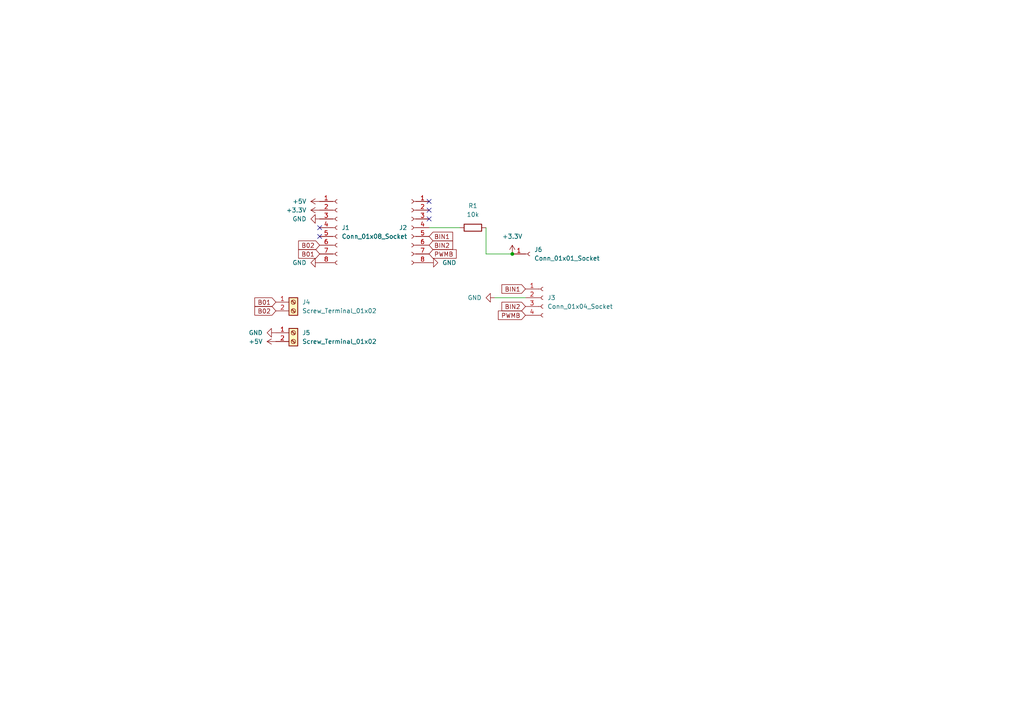
<source format=kicad_sch>
(kicad_sch (version 20230121) (generator eeschema)

  (uuid b77dec98-d492-435a-9a1d-d66886a7c47a)

  (paper "A4")

  (lib_symbols
    (symbol "Connector:Conn_01x01_Socket" (pin_names (offset 1.016) hide) (in_bom yes) (on_board yes)
      (property "Reference" "J" (at 0 2.54 0)
        (effects (font (size 1.27 1.27)))
      )
      (property "Value" "Conn_01x01_Socket" (at 0 -2.54 0)
        (effects (font (size 1.27 1.27)))
      )
      (property "Footprint" "" (at 0 0 0)
        (effects (font (size 1.27 1.27)) hide)
      )
      (property "Datasheet" "~" (at 0 0 0)
        (effects (font (size 1.27 1.27)) hide)
      )
      (property "ki_locked" "" (at 0 0 0)
        (effects (font (size 1.27 1.27)))
      )
      (property "ki_keywords" "connector" (at 0 0 0)
        (effects (font (size 1.27 1.27)) hide)
      )
      (property "ki_description" "Generic connector, single row, 01x01, script generated" (at 0 0 0)
        (effects (font (size 1.27 1.27)) hide)
      )
      (property "ki_fp_filters" "Connector*:*_1x??_*" (at 0 0 0)
        (effects (font (size 1.27 1.27)) hide)
      )
      (symbol "Conn_01x01_Socket_1_1"
        (polyline
          (pts
            (xy -1.27 0)
            (xy -0.508 0)
          )
          (stroke (width 0.1524) (type default))
          (fill (type none))
        )
        (arc (start 0 0.508) (mid -0.5058 0) (end 0 -0.508)
          (stroke (width 0.1524) (type default))
          (fill (type none))
        )
        (pin passive line (at -5.08 0 0) (length 3.81)
          (name "Pin_1" (effects (font (size 1.27 1.27))))
          (number "1" (effects (font (size 1.27 1.27))))
        )
      )
    )
    (symbol "Connector:Conn_01x04_Socket" (pin_names (offset 1.016) hide) (in_bom yes) (on_board yes)
      (property "Reference" "J" (at 0 5.08 0)
        (effects (font (size 1.27 1.27)))
      )
      (property "Value" "Conn_01x04_Socket" (at 0 -7.62 0)
        (effects (font (size 1.27 1.27)))
      )
      (property "Footprint" "" (at 0 0 0)
        (effects (font (size 1.27 1.27)) hide)
      )
      (property "Datasheet" "~" (at 0 0 0)
        (effects (font (size 1.27 1.27)) hide)
      )
      (property "ki_locked" "" (at 0 0 0)
        (effects (font (size 1.27 1.27)))
      )
      (property "ki_keywords" "connector" (at 0 0 0)
        (effects (font (size 1.27 1.27)) hide)
      )
      (property "ki_description" "Generic connector, single row, 01x04, script generated" (at 0 0 0)
        (effects (font (size 1.27 1.27)) hide)
      )
      (property "ki_fp_filters" "Connector*:*_1x??_*" (at 0 0 0)
        (effects (font (size 1.27 1.27)) hide)
      )
      (symbol "Conn_01x04_Socket_1_1"
        (arc (start 0 -4.572) (mid -0.5058 -5.08) (end 0 -5.588)
          (stroke (width 0.1524) (type default))
          (fill (type none))
        )
        (arc (start 0 -2.032) (mid -0.5058 -2.54) (end 0 -3.048)
          (stroke (width 0.1524) (type default))
          (fill (type none))
        )
        (polyline
          (pts
            (xy -1.27 -5.08)
            (xy -0.508 -5.08)
          )
          (stroke (width 0.1524) (type default))
          (fill (type none))
        )
        (polyline
          (pts
            (xy -1.27 -2.54)
            (xy -0.508 -2.54)
          )
          (stroke (width 0.1524) (type default))
          (fill (type none))
        )
        (polyline
          (pts
            (xy -1.27 0)
            (xy -0.508 0)
          )
          (stroke (width 0.1524) (type default))
          (fill (type none))
        )
        (polyline
          (pts
            (xy -1.27 2.54)
            (xy -0.508 2.54)
          )
          (stroke (width 0.1524) (type default))
          (fill (type none))
        )
        (arc (start 0 0.508) (mid -0.5058 0) (end 0 -0.508)
          (stroke (width 0.1524) (type default))
          (fill (type none))
        )
        (arc (start 0 3.048) (mid -0.5058 2.54) (end 0 2.032)
          (stroke (width 0.1524) (type default))
          (fill (type none))
        )
        (pin passive line (at -5.08 2.54 0) (length 3.81)
          (name "Pin_1" (effects (font (size 1.27 1.27))))
          (number "1" (effects (font (size 1.27 1.27))))
        )
        (pin passive line (at -5.08 0 0) (length 3.81)
          (name "Pin_2" (effects (font (size 1.27 1.27))))
          (number "2" (effects (font (size 1.27 1.27))))
        )
        (pin passive line (at -5.08 -2.54 0) (length 3.81)
          (name "Pin_3" (effects (font (size 1.27 1.27))))
          (number "3" (effects (font (size 1.27 1.27))))
        )
        (pin passive line (at -5.08 -5.08 0) (length 3.81)
          (name "Pin_4" (effects (font (size 1.27 1.27))))
          (number "4" (effects (font (size 1.27 1.27))))
        )
      )
    )
    (symbol "Connector:Conn_01x08_Socket" (pin_names (offset 1.016) hide) (in_bom yes) (on_board yes)
      (property "Reference" "J" (at 0 10.16 0)
        (effects (font (size 1.27 1.27)))
      )
      (property "Value" "Conn_01x08_Socket" (at 0 -12.7 0)
        (effects (font (size 1.27 1.27)))
      )
      (property "Footprint" "" (at 0 0 0)
        (effects (font (size 1.27 1.27)) hide)
      )
      (property "Datasheet" "~" (at 0 0 0)
        (effects (font (size 1.27 1.27)) hide)
      )
      (property "ki_locked" "" (at 0 0 0)
        (effects (font (size 1.27 1.27)))
      )
      (property "ki_keywords" "connector" (at 0 0 0)
        (effects (font (size 1.27 1.27)) hide)
      )
      (property "ki_description" "Generic connector, single row, 01x08, script generated" (at 0 0 0)
        (effects (font (size 1.27 1.27)) hide)
      )
      (property "ki_fp_filters" "Connector*:*_1x??_*" (at 0 0 0)
        (effects (font (size 1.27 1.27)) hide)
      )
      (symbol "Conn_01x08_Socket_1_1"
        (arc (start 0 -9.652) (mid -0.5058 -10.16) (end 0 -10.668)
          (stroke (width 0.1524) (type default))
          (fill (type none))
        )
        (arc (start 0 -7.112) (mid -0.5058 -7.62) (end 0 -8.128)
          (stroke (width 0.1524) (type default))
          (fill (type none))
        )
        (arc (start 0 -4.572) (mid -0.5058 -5.08) (end 0 -5.588)
          (stroke (width 0.1524) (type default))
          (fill (type none))
        )
        (arc (start 0 -2.032) (mid -0.5058 -2.54) (end 0 -3.048)
          (stroke (width 0.1524) (type default))
          (fill (type none))
        )
        (polyline
          (pts
            (xy -1.27 -10.16)
            (xy -0.508 -10.16)
          )
          (stroke (width 0.1524) (type default))
          (fill (type none))
        )
        (polyline
          (pts
            (xy -1.27 -7.62)
            (xy -0.508 -7.62)
          )
          (stroke (width 0.1524) (type default))
          (fill (type none))
        )
        (polyline
          (pts
            (xy -1.27 -5.08)
            (xy -0.508 -5.08)
          )
          (stroke (width 0.1524) (type default))
          (fill (type none))
        )
        (polyline
          (pts
            (xy -1.27 -2.54)
            (xy -0.508 -2.54)
          )
          (stroke (width 0.1524) (type default))
          (fill (type none))
        )
        (polyline
          (pts
            (xy -1.27 0)
            (xy -0.508 0)
          )
          (stroke (width 0.1524) (type default))
          (fill (type none))
        )
        (polyline
          (pts
            (xy -1.27 2.54)
            (xy -0.508 2.54)
          )
          (stroke (width 0.1524) (type default))
          (fill (type none))
        )
        (polyline
          (pts
            (xy -1.27 5.08)
            (xy -0.508 5.08)
          )
          (stroke (width 0.1524) (type default))
          (fill (type none))
        )
        (polyline
          (pts
            (xy -1.27 7.62)
            (xy -0.508 7.62)
          )
          (stroke (width 0.1524) (type default))
          (fill (type none))
        )
        (arc (start 0 0.508) (mid -0.5058 0) (end 0 -0.508)
          (stroke (width 0.1524) (type default))
          (fill (type none))
        )
        (arc (start 0 3.048) (mid -0.5058 2.54) (end 0 2.032)
          (stroke (width 0.1524) (type default))
          (fill (type none))
        )
        (arc (start 0 5.588) (mid -0.5058 5.08) (end 0 4.572)
          (stroke (width 0.1524) (type default))
          (fill (type none))
        )
        (arc (start 0 8.128) (mid -0.5058 7.62) (end 0 7.112)
          (stroke (width 0.1524) (type default))
          (fill (type none))
        )
        (pin passive line (at -5.08 7.62 0) (length 3.81)
          (name "Pin_1" (effects (font (size 1.27 1.27))))
          (number "1" (effects (font (size 1.27 1.27))))
        )
        (pin passive line (at -5.08 5.08 0) (length 3.81)
          (name "Pin_2" (effects (font (size 1.27 1.27))))
          (number "2" (effects (font (size 1.27 1.27))))
        )
        (pin passive line (at -5.08 2.54 0) (length 3.81)
          (name "Pin_3" (effects (font (size 1.27 1.27))))
          (number "3" (effects (font (size 1.27 1.27))))
        )
        (pin passive line (at -5.08 0 0) (length 3.81)
          (name "Pin_4" (effects (font (size 1.27 1.27))))
          (number "4" (effects (font (size 1.27 1.27))))
        )
        (pin passive line (at -5.08 -2.54 0) (length 3.81)
          (name "Pin_5" (effects (font (size 1.27 1.27))))
          (number "5" (effects (font (size 1.27 1.27))))
        )
        (pin passive line (at -5.08 -5.08 0) (length 3.81)
          (name "Pin_6" (effects (font (size 1.27 1.27))))
          (number "6" (effects (font (size 1.27 1.27))))
        )
        (pin passive line (at -5.08 -7.62 0) (length 3.81)
          (name "Pin_7" (effects (font (size 1.27 1.27))))
          (number "7" (effects (font (size 1.27 1.27))))
        )
        (pin passive line (at -5.08 -10.16 0) (length 3.81)
          (name "Pin_8" (effects (font (size 1.27 1.27))))
          (number "8" (effects (font (size 1.27 1.27))))
        )
      )
    )
    (symbol "Connector:Screw_Terminal_01x02" (pin_names (offset 1.016) hide) (in_bom yes) (on_board yes)
      (property "Reference" "J" (at 0 2.54 0)
        (effects (font (size 1.27 1.27)))
      )
      (property "Value" "Screw_Terminal_01x02" (at 0 -5.08 0)
        (effects (font (size 1.27 1.27)))
      )
      (property "Footprint" "" (at 0 0 0)
        (effects (font (size 1.27 1.27)) hide)
      )
      (property "Datasheet" "~" (at 0 0 0)
        (effects (font (size 1.27 1.27)) hide)
      )
      (property "ki_keywords" "screw terminal" (at 0 0 0)
        (effects (font (size 1.27 1.27)) hide)
      )
      (property "ki_description" "Generic screw terminal, single row, 01x02, script generated (kicad-library-utils/schlib/autogen/connector/)" (at 0 0 0)
        (effects (font (size 1.27 1.27)) hide)
      )
      (property "ki_fp_filters" "TerminalBlock*:*" (at 0 0 0)
        (effects (font (size 1.27 1.27)) hide)
      )
      (symbol "Screw_Terminal_01x02_1_1"
        (rectangle (start -1.27 1.27) (end 1.27 -3.81)
          (stroke (width 0.254) (type default))
          (fill (type background))
        )
        (circle (center 0 -2.54) (radius 0.635)
          (stroke (width 0.1524) (type default))
          (fill (type none))
        )
        (polyline
          (pts
            (xy -0.5334 -2.2098)
            (xy 0.3302 -3.048)
          )
          (stroke (width 0.1524) (type default))
          (fill (type none))
        )
        (polyline
          (pts
            (xy -0.5334 0.3302)
            (xy 0.3302 -0.508)
          )
          (stroke (width 0.1524) (type default))
          (fill (type none))
        )
        (polyline
          (pts
            (xy -0.3556 -2.032)
            (xy 0.508 -2.8702)
          )
          (stroke (width 0.1524) (type default))
          (fill (type none))
        )
        (polyline
          (pts
            (xy -0.3556 0.508)
            (xy 0.508 -0.3302)
          )
          (stroke (width 0.1524) (type default))
          (fill (type none))
        )
        (circle (center 0 0) (radius 0.635)
          (stroke (width 0.1524) (type default))
          (fill (type none))
        )
        (pin passive line (at -5.08 0 0) (length 3.81)
          (name "Pin_1" (effects (font (size 1.27 1.27))))
          (number "1" (effects (font (size 1.27 1.27))))
        )
        (pin passive line (at -5.08 -2.54 0) (length 3.81)
          (name "Pin_2" (effects (font (size 1.27 1.27))))
          (number "2" (effects (font (size 1.27 1.27))))
        )
      )
    )
    (symbol "Device:R" (pin_numbers hide) (pin_names (offset 0)) (in_bom yes) (on_board yes)
      (property "Reference" "R" (at 2.032 0 90)
        (effects (font (size 1.27 1.27)))
      )
      (property "Value" "R" (at 0 0 90)
        (effects (font (size 1.27 1.27)))
      )
      (property "Footprint" "" (at -1.778 0 90)
        (effects (font (size 1.27 1.27)) hide)
      )
      (property "Datasheet" "~" (at 0 0 0)
        (effects (font (size 1.27 1.27)) hide)
      )
      (property "ki_keywords" "R res resistor" (at 0 0 0)
        (effects (font (size 1.27 1.27)) hide)
      )
      (property "ki_description" "Resistor" (at 0 0 0)
        (effects (font (size 1.27 1.27)) hide)
      )
      (property "ki_fp_filters" "R_*" (at 0 0 0)
        (effects (font (size 1.27 1.27)) hide)
      )
      (symbol "R_0_1"
        (rectangle (start -1.016 -2.54) (end 1.016 2.54)
          (stroke (width 0.254) (type default))
          (fill (type none))
        )
      )
      (symbol "R_1_1"
        (pin passive line (at 0 3.81 270) (length 1.27)
          (name "~" (effects (font (size 1.27 1.27))))
          (number "1" (effects (font (size 1.27 1.27))))
        )
        (pin passive line (at 0 -3.81 90) (length 1.27)
          (name "~" (effects (font (size 1.27 1.27))))
          (number "2" (effects (font (size 1.27 1.27))))
        )
      )
    )
    (symbol "power:+3.3V" (power) (pin_names (offset 0)) (in_bom yes) (on_board yes)
      (property "Reference" "#PWR" (at 0 -3.81 0)
        (effects (font (size 1.27 1.27)) hide)
      )
      (property "Value" "+3.3V" (at 0 3.556 0)
        (effects (font (size 1.27 1.27)))
      )
      (property "Footprint" "" (at 0 0 0)
        (effects (font (size 1.27 1.27)) hide)
      )
      (property "Datasheet" "" (at 0 0 0)
        (effects (font (size 1.27 1.27)) hide)
      )
      (property "ki_keywords" "global power" (at 0 0 0)
        (effects (font (size 1.27 1.27)) hide)
      )
      (property "ki_description" "Power symbol creates a global label with name \"+3.3V\"" (at 0 0 0)
        (effects (font (size 1.27 1.27)) hide)
      )
      (symbol "+3.3V_0_1"
        (polyline
          (pts
            (xy -0.762 1.27)
            (xy 0 2.54)
          )
          (stroke (width 0) (type default))
          (fill (type none))
        )
        (polyline
          (pts
            (xy 0 0)
            (xy 0 2.54)
          )
          (stroke (width 0) (type default))
          (fill (type none))
        )
        (polyline
          (pts
            (xy 0 2.54)
            (xy 0.762 1.27)
          )
          (stroke (width 0) (type default))
          (fill (type none))
        )
      )
      (symbol "+3.3V_1_1"
        (pin power_in line (at 0 0 90) (length 0) hide
          (name "+3.3V" (effects (font (size 1.27 1.27))))
          (number "1" (effects (font (size 1.27 1.27))))
        )
      )
    )
    (symbol "power:+5V" (power) (pin_names (offset 0)) (in_bom yes) (on_board yes)
      (property "Reference" "#PWR" (at 0 -3.81 0)
        (effects (font (size 1.27 1.27)) hide)
      )
      (property "Value" "+5V" (at 0 3.556 0)
        (effects (font (size 1.27 1.27)))
      )
      (property "Footprint" "" (at 0 0 0)
        (effects (font (size 1.27 1.27)) hide)
      )
      (property "Datasheet" "" (at 0 0 0)
        (effects (font (size 1.27 1.27)) hide)
      )
      (property "ki_keywords" "global power" (at 0 0 0)
        (effects (font (size 1.27 1.27)) hide)
      )
      (property "ki_description" "Power symbol creates a global label with name \"+5V\"" (at 0 0 0)
        (effects (font (size 1.27 1.27)) hide)
      )
      (symbol "+5V_0_1"
        (polyline
          (pts
            (xy -0.762 1.27)
            (xy 0 2.54)
          )
          (stroke (width 0) (type default))
          (fill (type none))
        )
        (polyline
          (pts
            (xy 0 0)
            (xy 0 2.54)
          )
          (stroke (width 0) (type default))
          (fill (type none))
        )
        (polyline
          (pts
            (xy 0 2.54)
            (xy 0.762 1.27)
          )
          (stroke (width 0) (type default))
          (fill (type none))
        )
      )
      (symbol "+5V_1_1"
        (pin power_in line (at 0 0 90) (length 0) hide
          (name "+5V" (effects (font (size 1.27 1.27))))
          (number "1" (effects (font (size 1.27 1.27))))
        )
      )
    )
    (symbol "power:GND" (power) (pin_names (offset 0)) (in_bom yes) (on_board yes)
      (property "Reference" "#PWR" (at 0 -6.35 0)
        (effects (font (size 1.27 1.27)) hide)
      )
      (property "Value" "GND" (at 0 -3.81 0)
        (effects (font (size 1.27 1.27)))
      )
      (property "Footprint" "" (at 0 0 0)
        (effects (font (size 1.27 1.27)) hide)
      )
      (property "Datasheet" "" (at 0 0 0)
        (effects (font (size 1.27 1.27)) hide)
      )
      (property "ki_keywords" "global power" (at 0 0 0)
        (effects (font (size 1.27 1.27)) hide)
      )
      (property "ki_description" "Power symbol creates a global label with name \"GND\" , ground" (at 0 0 0)
        (effects (font (size 1.27 1.27)) hide)
      )
      (symbol "GND_0_1"
        (polyline
          (pts
            (xy 0 0)
            (xy 0 -1.27)
            (xy 1.27 -1.27)
            (xy 0 -2.54)
            (xy -1.27 -1.27)
            (xy 0 -1.27)
          )
          (stroke (width 0) (type default))
          (fill (type none))
        )
      )
      (symbol "GND_1_1"
        (pin power_in line (at 0 0 270) (length 0) hide
          (name "GND" (effects (font (size 1.27 1.27))))
          (number "1" (effects (font (size 1.27 1.27))))
        )
      )
    )
  )

  (junction (at 148.59 73.66) (diameter 0) (color 0 0 0 0)
    (uuid 8757bb68-fd18-458e-93e7-2c2f3498cceb)
  )

  (no_connect (at 92.71 66.04) (uuid 16dba153-196a-498e-8132-b5110ea14940))
  (no_connect (at 124.46 63.5) (uuid 1d4753f8-4319-47d3-a17f-58ae3dca836d))
  (no_connect (at 92.71 68.58) (uuid 4ce8e06a-3ed2-454f-b0a1-beefb86e9b08))
  (no_connect (at 124.46 60.96) (uuid 7e04dbba-4754-4512-853a-81a9042c773e))
  (no_connect (at 124.46 58.42) (uuid a31ad05d-6349-41c3-95a6-f60ae48f6351))

  (wire (pts (xy 140.97 73.66) (xy 148.59 73.66))
    (stroke (width 0) (type default))
    (uuid 2cf02756-84c7-4e3f-8999-4f71da6a6105)
  )
  (wire (pts (xy 140.97 66.04) (xy 140.97 73.66))
    (stroke (width 0) (type default))
    (uuid 4d79abf1-3c41-4279-a81a-f41c3d96c2c1)
  )
  (wire (pts (xy 143.51 86.36) (xy 152.4 86.36))
    (stroke (width 0) (type default))
    (uuid 5bc22edb-c33b-41ce-8508-e01f76486a5e)
  )
  (wire (pts (xy 124.46 66.04) (xy 133.35 66.04))
    (stroke (width 0) (type default))
    (uuid b214a486-1425-4dfb-9360-154bb5287e42)
  )

  (global_label "PWMB" (shape input) (at 124.46 73.66 0) (fields_autoplaced)
    (effects (font (size 1.27 1.27)) (justify left))
    (uuid 1667576b-0761-4bf3-bbde-0d51621f9d1b)
    (property "Intersheetrefs" "${INTERSHEET_REFS}" (at 132.888 73.66 0)
      (effects (font (size 1.27 1.27)) (justify left) hide)
    )
  )
  (global_label "B01" (shape input) (at 92.71 73.66 180) (fields_autoplaced)
    (effects (font (size 1.27 1.27)) (justify right))
    (uuid 19ee7274-3f4d-4d07-98f8-79acde5f61e5)
    (property "Intersheetrefs" "${INTERSHEET_REFS}" (at 86.0358 73.66 0)
      (effects (font (size 1.27 1.27)) (justify right) hide)
    )
  )
  (global_label "BIN1" (shape input) (at 152.4 83.82 180) (fields_autoplaced)
    (effects (font (size 1.27 1.27)) (justify right))
    (uuid 305fbe00-1cf9-4e39-8451-2c1ef99a3a0a)
    (property "Intersheetrefs" "${INTERSHEET_REFS}" (at 145 83.82 0)
      (effects (font (size 1.27 1.27)) (justify right) hide)
    )
  )
  (global_label "B02" (shape input) (at 80.01 90.17 180) (fields_autoplaced)
    (effects (font (size 1.27 1.27)) (justify right))
    (uuid 5763d2fd-e519-4850-ba27-8a304158aeec)
    (property "Intersheetrefs" "${INTERSHEET_REFS}" (at 73.3358 90.17 0)
      (effects (font (size 1.27 1.27)) (justify right) hide)
    )
  )
  (global_label "BIN1" (shape input) (at 124.46 68.58 0) (fields_autoplaced)
    (effects (font (size 1.27 1.27)) (justify left))
    (uuid b274e809-b5e4-4570-ae7f-cc7837332fb9)
    (property "Intersheetrefs" "${INTERSHEET_REFS}" (at 131.86 68.58 0)
      (effects (font (size 1.27 1.27)) (justify left) hide)
    )
  )
  (global_label "BIN2" (shape input) (at 152.4 88.9 180) (fields_autoplaced)
    (effects (font (size 1.27 1.27)) (justify right))
    (uuid ced55890-da2c-41cc-a4ee-1ad78d41fb55)
    (property "Intersheetrefs" "${INTERSHEET_REFS}" (at 145 88.9 0)
      (effects (font (size 1.27 1.27)) (justify right) hide)
    )
  )
  (global_label "PWMB" (shape input) (at 152.4 91.44 180) (fields_autoplaced)
    (effects (font (size 1.27 1.27)) (justify right))
    (uuid d43904b4-e6f8-4ebc-a872-9d9fbb01fe72)
    (property "Intersheetrefs" "${INTERSHEET_REFS}" (at 143.972 91.44 0)
      (effects (font (size 1.27 1.27)) (justify right) hide)
    )
  )
  (global_label "B01" (shape input) (at 80.01 87.63 180) (fields_autoplaced)
    (effects (font (size 1.27 1.27)) (justify right))
    (uuid e04f454d-2435-473e-93cb-9b5d06ebd874)
    (property "Intersheetrefs" "${INTERSHEET_REFS}" (at 73.3358 87.63 0)
      (effects (font (size 1.27 1.27)) (justify right) hide)
    )
  )
  (global_label "BIN2" (shape input) (at 124.46 71.12 0) (fields_autoplaced)
    (effects (font (size 1.27 1.27)) (justify left))
    (uuid e32a34a1-5e87-4105-a1a9-4356ee4bc09e)
    (property "Intersheetrefs" "${INTERSHEET_REFS}" (at 131.86 71.12 0)
      (effects (font (size 1.27 1.27)) (justify left) hide)
    )
  )
  (global_label "B02" (shape input) (at 92.71 71.12 180) (fields_autoplaced)
    (effects (font (size 1.27 1.27)) (justify right))
    (uuid f54ba50c-1ea1-4bc6-8f5b-b044d4b90dcb)
    (property "Intersheetrefs" "${INTERSHEET_REFS}" (at 86.0358 71.12 0)
      (effects (font (size 1.27 1.27)) (justify right) hide)
    )
  )

  (symbol (lib_id "Device:R") (at 137.16 66.04 90) (unit 1)
    (in_bom yes) (on_board yes) (dnp no) (fields_autoplaced)
    (uuid 158f426d-fba4-4634-ad20-2741a04b1205)
    (property "Reference" "R1" (at 137.16 59.69 90)
      (effects (font (size 1.27 1.27)))
    )
    (property "Value" "10k" (at 137.16 62.23 90)
      (effects (font (size 1.27 1.27)))
    )
    (property "Footprint" "Resistor_THT:R_Axial_DIN0207_L6.3mm_D2.5mm_P7.62mm_Horizontal" (at 137.16 67.818 90)
      (effects (font (size 1.27 1.27)) hide)
    )
    (property "Datasheet" "~" (at 137.16 66.04 0)
      (effects (font (size 1.27 1.27)) hide)
    )
    (pin "1" (uuid e8fb0e1e-d30b-4c27-b03a-436e5cc9cd18))
    (pin "2" (uuid 5378bc0e-d39c-4c94-a515-12a330732a54))
    (instances
      (project "pump"
        (path "/b77dec98-d492-435a-9a1d-d66886a7c47a"
          (reference "R1") (unit 1)
        )
      )
    )
  )

  (symbol (lib_id "power:GND") (at 92.71 76.2 270) (unit 1)
    (in_bom yes) (on_board yes) (dnp no) (fields_autoplaced)
    (uuid 1605fe10-5db1-49be-8bac-85a82039f786)
    (property "Reference" "#PWR09" (at 86.36 76.2 0)
      (effects (font (size 1.27 1.27)) hide)
    )
    (property "Value" "GND" (at 88.9 76.2 90)
      (effects (font (size 1.27 1.27)) (justify right))
    )
    (property "Footprint" "" (at 92.71 76.2 0)
      (effects (font (size 1.27 1.27)) hide)
    )
    (property "Datasheet" "" (at 92.71 76.2 0)
      (effects (font (size 1.27 1.27)) hide)
    )
    (pin "1" (uuid 45f72043-3d87-4ac5-b0cf-66d267081a0b))
    (instances
      (project "pump"
        (path "/b77dec98-d492-435a-9a1d-d66886a7c47a"
          (reference "#PWR09") (unit 1)
        )
      )
    )
  )

  (symbol (lib_id "Connector:Conn_01x08_Socket") (at 119.38 66.04 0) (mirror y) (unit 1)
    (in_bom yes) (on_board yes) (dnp no)
    (uuid 1be842e5-097a-42ee-a481-51b1d842095e)
    (property "Reference" "J2" (at 118.11 66.04 0)
      (effects (font (size 1.27 1.27)) (justify left))
    )
    (property "Value" "Conn_01x08_Socket" (at 118.11 68.58 0)
      (effects (font (size 1.27 1.27)) (justify left))
    )
    (property "Footprint" "Connector_PinSocket_2.54mm:PinSocket_1x08_P2.54mm_Vertical" (at 119.38 66.04 0)
      (effects (font (size 1.27 1.27)) hide)
    )
    (property "Datasheet" "~" (at 119.38 66.04 0)
      (effects (font (size 1.27 1.27)) hide)
    )
    (pin "1" (uuid 87a3f0a1-df95-4d38-bdcc-d6c93bc6976d))
    (pin "2" (uuid 6d729c90-8a5b-4c9c-a299-8055bc957985))
    (pin "3" (uuid 6a6a7a7e-0b53-4875-88ca-ec68ec34aeac))
    (pin "4" (uuid 45e92bee-adfb-4b06-a76a-41dba616fd6d))
    (pin "5" (uuid a754d8c2-8cac-4346-8e47-29ab40a4f49f))
    (pin "6" (uuid 347b2d0f-7516-48e4-97c5-ded2ee255b4b))
    (pin "7" (uuid 5dea48da-8092-4abe-b489-c9aae24e882a))
    (pin "8" (uuid 55f93482-15f2-4fbd-9906-72e9d6f28292))
    (instances
      (project "pump"
        (path "/b77dec98-d492-435a-9a1d-d66886a7c47a"
          (reference "J2") (unit 1)
        )
      )
    )
  )

  (symbol (lib_id "power:GND") (at 92.71 63.5 270) (unit 1)
    (in_bom yes) (on_board yes) (dnp no) (fields_autoplaced)
    (uuid 1ee2ed83-6926-404a-b67e-6b2cb99b44d9)
    (property "Reference" "#PWR08" (at 86.36 63.5 0)
      (effects (font (size 1.27 1.27)) hide)
    )
    (property "Value" "GND" (at 88.9 63.5 90)
      (effects (font (size 1.27 1.27)) (justify right))
    )
    (property "Footprint" "" (at 92.71 63.5 0)
      (effects (font (size 1.27 1.27)) hide)
    )
    (property "Datasheet" "" (at 92.71 63.5 0)
      (effects (font (size 1.27 1.27)) hide)
    )
    (pin "1" (uuid 7f96bbf6-a55e-4a8a-a503-20981034f00b))
    (instances
      (project "pump"
        (path "/b77dec98-d492-435a-9a1d-d66886a7c47a"
          (reference "#PWR08") (unit 1)
        )
      )
    )
  )

  (symbol (lib_id "power:+5V") (at 92.71 58.42 90) (unit 1)
    (in_bom yes) (on_board yes) (dnp no) (fields_autoplaced)
    (uuid 24395d6e-8a4d-40d8-8aa7-cff10f7bc7d7)
    (property "Reference" "#PWR06" (at 96.52 58.42 0)
      (effects (font (size 1.27 1.27)) hide)
    )
    (property "Value" "+5V" (at 88.9 58.42 90)
      (effects (font (size 1.27 1.27)) (justify left))
    )
    (property "Footprint" "" (at 92.71 58.42 0)
      (effects (font (size 1.27 1.27)) hide)
    )
    (property "Datasheet" "" (at 92.71 58.42 0)
      (effects (font (size 1.27 1.27)) hide)
    )
    (pin "1" (uuid ebe04762-d05f-424c-8d91-45fc08d4d7de))
    (instances
      (project "pump"
        (path "/b77dec98-d492-435a-9a1d-d66886a7c47a"
          (reference "#PWR06") (unit 1)
        )
      )
    )
  )

  (symbol (lib_id "power:+3.3V") (at 92.71 60.96 90) (unit 1)
    (in_bom yes) (on_board yes) (dnp no) (fields_autoplaced)
    (uuid 2c3fe95b-f1e6-4094-9bb9-87792ddf25f5)
    (property "Reference" "#PWR07" (at 96.52 60.96 0)
      (effects (font (size 1.27 1.27)) hide)
    )
    (property "Value" "+3.3V" (at 88.9 60.96 90)
      (effects (font (size 1.27 1.27)) (justify left))
    )
    (property "Footprint" "" (at 92.71 60.96 0)
      (effects (font (size 1.27 1.27)) hide)
    )
    (property "Datasheet" "" (at 92.71 60.96 0)
      (effects (font (size 1.27 1.27)) hide)
    )
    (pin "1" (uuid 4a1d33be-8f63-41f5-a3f3-d26d7fa62562))
    (instances
      (project "pump"
        (path "/b77dec98-d492-435a-9a1d-d66886a7c47a"
          (reference "#PWR07") (unit 1)
        )
      )
    )
  )

  (symbol (lib_id "power:GND") (at 80.01 96.52 270) (unit 1)
    (in_bom yes) (on_board yes) (dnp no) (fields_autoplaced)
    (uuid 3946a9f5-4a90-4ea9-9b9b-40cb8d7d334e)
    (property "Reference" "#PWR03" (at 73.66 96.52 0)
      (effects (font (size 1.27 1.27)) hide)
    )
    (property "Value" "GND" (at 76.2 96.52 90)
      (effects (font (size 1.27 1.27)) (justify right))
    )
    (property "Footprint" "" (at 80.01 96.52 0)
      (effects (font (size 1.27 1.27)) hide)
    )
    (property "Datasheet" "" (at 80.01 96.52 0)
      (effects (font (size 1.27 1.27)) hide)
    )
    (pin "1" (uuid d57029c9-dc1d-46eb-8693-914cd37228e7))
    (instances
      (project "pump"
        (path "/b77dec98-d492-435a-9a1d-d66886a7c47a"
          (reference "#PWR03") (unit 1)
        )
      )
    )
  )

  (symbol (lib_id "power:GND") (at 124.46 76.2 90) (unit 1)
    (in_bom yes) (on_board yes) (dnp no) (fields_autoplaced)
    (uuid 3b01b267-9cdb-485f-864d-6d5fb578fb24)
    (property "Reference" "#PWR05" (at 130.81 76.2 0)
      (effects (font (size 1.27 1.27)) hide)
    )
    (property "Value" "GND" (at 128.27 76.2 90)
      (effects (font (size 1.27 1.27)) (justify right))
    )
    (property "Footprint" "" (at 124.46 76.2 0)
      (effects (font (size 1.27 1.27)) hide)
    )
    (property "Datasheet" "" (at 124.46 76.2 0)
      (effects (font (size 1.27 1.27)) hide)
    )
    (pin "1" (uuid ed383eb8-bcdb-4eeb-adea-f9286866b70a))
    (instances
      (project "pump"
        (path "/b77dec98-d492-435a-9a1d-d66886a7c47a"
          (reference "#PWR05") (unit 1)
        )
      )
    )
  )

  (symbol (lib_id "Connector:Conn_01x01_Socket") (at 153.67 73.66 0) (unit 1)
    (in_bom yes) (on_board yes) (dnp no) (fields_autoplaced)
    (uuid 47841629-16b5-442e-8dfc-aaad9bd5fc04)
    (property "Reference" "J6" (at 154.94 72.39 0)
      (effects (font (size 1.27 1.27)) (justify left))
    )
    (property "Value" "Conn_01x01_Socket" (at 154.94 74.93 0)
      (effects (font (size 1.27 1.27)) (justify left))
    )
    (property "Footprint" "Connector_PinSocket_2.54mm:PinSocket_1x01_P2.54mm_Vertical" (at 153.67 73.66 0)
      (effects (font (size 1.27 1.27)) hide)
    )
    (property "Datasheet" "~" (at 153.67 73.66 0)
      (effects (font (size 1.27 1.27)) hide)
    )
    (pin "1" (uuid 5990b01d-e4a3-4640-a125-0dbbdef042ba))
    (instances
      (project "pump"
        (path "/b77dec98-d492-435a-9a1d-d66886a7c47a"
          (reference "J6") (unit 1)
        )
      )
    )
  )

  (symbol (lib_id "Connector:Conn_01x08_Socket") (at 97.79 66.04 0) (unit 1)
    (in_bom yes) (on_board yes) (dnp no) (fields_autoplaced)
    (uuid 58c4ee98-9b90-4e12-8d44-035e40f258be)
    (property "Reference" "J1" (at 99.06 66.04 0)
      (effects (font (size 1.27 1.27)) (justify left))
    )
    (property "Value" "Conn_01x08_Socket" (at 99.06 68.58 0)
      (effects (font (size 1.27 1.27)) (justify left))
    )
    (property "Footprint" "Connector_PinSocket_2.54mm:PinSocket_1x08_P2.54mm_Vertical" (at 97.79 66.04 0)
      (effects (font (size 1.27 1.27)) hide)
    )
    (property "Datasheet" "~" (at 97.79 66.04 0)
      (effects (font (size 1.27 1.27)) hide)
    )
    (pin "1" (uuid 7953fa8c-100a-4d26-8ce9-61a073169479))
    (pin "2" (uuid e7e8be7d-e221-41e7-b29f-94b19db943af))
    (pin "3" (uuid 7b2e468c-5fdf-4845-ab99-ad8941c44769))
    (pin "4" (uuid 28d7ce56-9975-48c6-81b2-70ae519cbc8d))
    (pin "5" (uuid 61028d8f-89a1-42ac-9772-1813816bbc49))
    (pin "6" (uuid 438d0e50-9630-4e69-9ac7-5c3b292f064f))
    (pin "7" (uuid 40d27f91-df32-4c8c-bc36-7c98f24152a9))
    (pin "8" (uuid e78d7eb1-ce92-4698-8f4a-84a048d82ce8))
    (instances
      (project "pump"
        (path "/b77dec98-d492-435a-9a1d-d66886a7c47a"
          (reference "J1") (unit 1)
        )
      )
    )
  )

  (symbol (lib_id "Connector:Screw_Terminal_01x02") (at 85.09 87.63 0) (unit 1)
    (in_bom yes) (on_board yes) (dnp no) (fields_autoplaced)
    (uuid 67ce8cb2-f7ae-4048-aeef-b050d055ba5a)
    (property "Reference" "J4" (at 87.63 87.63 0)
      (effects (font (size 1.27 1.27)) (justify left))
    )
    (property "Value" "Screw_Terminal_01x02" (at 87.63 90.17 0)
      (effects (font (size 1.27 1.27)) (justify left))
    )
    (property "Footprint" "RS_PRO:Steckbarer_Klemmenblock_1x02_5.08mm_horizontal" (at 85.09 87.63 0)
      (effects (font (size 1.27 1.27)) hide)
    )
    (property "Datasheet" "~" (at 85.09 87.63 0)
      (effects (font (size 1.27 1.27)) hide)
    )
    (pin "1" (uuid f8209437-5a3e-47fc-88e4-b92c066ece13))
    (pin "2" (uuid b1642792-0f8e-4988-9953-164d4161f08d))
    (instances
      (project "pump"
        (path "/b77dec98-d492-435a-9a1d-d66886a7c47a"
          (reference "J4") (unit 1)
        )
      )
    )
  )

  (symbol (lib_id "power:GND") (at 143.51 86.36 270) (unit 1)
    (in_bom yes) (on_board yes) (dnp no) (fields_autoplaced)
    (uuid 96d80e7a-9520-4e3e-a5ae-667bf6cff6ed)
    (property "Reference" "#PWR01" (at 137.16 86.36 0)
      (effects (font (size 1.27 1.27)) hide)
    )
    (property "Value" "GND" (at 139.7 86.36 90)
      (effects (font (size 1.27 1.27)) (justify right))
    )
    (property "Footprint" "" (at 143.51 86.36 0)
      (effects (font (size 1.27 1.27)) hide)
    )
    (property "Datasheet" "" (at 143.51 86.36 0)
      (effects (font (size 1.27 1.27)) hide)
    )
    (pin "1" (uuid e4691507-7812-4d5f-b356-22c4b3b43cf3))
    (instances
      (project "pump"
        (path "/b77dec98-d492-435a-9a1d-d66886a7c47a"
          (reference "#PWR01") (unit 1)
        )
      )
    )
  )

  (symbol (lib_id "power:+5V") (at 80.01 99.06 90) (unit 1)
    (in_bom yes) (on_board yes) (dnp no) (fields_autoplaced)
    (uuid b329098e-88cc-4476-a947-a6210f4d38c8)
    (property "Reference" "#PWR02" (at 83.82 99.06 0)
      (effects (font (size 1.27 1.27)) hide)
    )
    (property "Value" "+5V" (at 76.2 99.06 90)
      (effects (font (size 1.27 1.27)) (justify left))
    )
    (property "Footprint" "" (at 80.01 99.06 0)
      (effects (font (size 1.27 1.27)) hide)
    )
    (property "Datasheet" "" (at 80.01 99.06 0)
      (effects (font (size 1.27 1.27)) hide)
    )
    (pin "1" (uuid 603e962f-63f4-49ad-a57d-ad1795e5ff3a))
    (instances
      (project "pump"
        (path "/b77dec98-d492-435a-9a1d-d66886a7c47a"
          (reference "#PWR02") (unit 1)
        )
      )
    )
  )

  (symbol (lib_id "power:+3.3V") (at 148.59 73.66 0) (unit 1)
    (in_bom yes) (on_board yes) (dnp no) (fields_autoplaced)
    (uuid c8404149-2fe7-4eda-bd93-9f4c8df76091)
    (property "Reference" "#PWR04" (at 148.59 77.47 0)
      (effects (font (size 1.27 1.27)) hide)
    )
    (property "Value" "+3.3V" (at 148.59 68.58 0)
      (effects (font (size 1.27 1.27)))
    )
    (property "Footprint" "" (at 148.59 73.66 0)
      (effects (font (size 1.27 1.27)) hide)
    )
    (property "Datasheet" "" (at 148.59 73.66 0)
      (effects (font (size 1.27 1.27)) hide)
    )
    (pin "1" (uuid a2ee7842-2692-414f-8f0c-3ecf1d66fccd))
    (instances
      (project "pump"
        (path "/b77dec98-d492-435a-9a1d-d66886a7c47a"
          (reference "#PWR04") (unit 1)
        )
      )
    )
  )

  (symbol (lib_id "Connector:Screw_Terminal_01x02") (at 85.09 96.52 0) (unit 1)
    (in_bom yes) (on_board yes) (dnp no) (fields_autoplaced)
    (uuid d8f66b39-1f6c-4afe-8343-3cdb3e1478d8)
    (property "Reference" "J5" (at 87.63 96.52 0)
      (effects (font (size 1.27 1.27)) (justify left))
    )
    (property "Value" "Screw_Terminal_01x02" (at 87.63 99.06 0)
      (effects (font (size 1.27 1.27)) (justify left))
    )
    (property "Footprint" "RS_PRO:Steckbarer_Klemmenblock_1x02_5.08mm_horizontal" (at 85.09 96.52 0)
      (effects (font (size 1.27 1.27)) hide)
    )
    (property "Datasheet" "~" (at 85.09 96.52 0)
      (effects (font (size 1.27 1.27)) hide)
    )
    (pin "1" (uuid 81c5b709-6bb0-456b-9f9f-76b928c308fa))
    (pin "2" (uuid 84981f93-c8d3-4109-8b24-5ba658671650))
    (instances
      (project "pump"
        (path "/b77dec98-d492-435a-9a1d-d66886a7c47a"
          (reference "J5") (unit 1)
        )
      )
    )
  )

  (symbol (lib_id "Connector:Conn_01x04_Socket") (at 157.48 86.36 0) (unit 1)
    (in_bom yes) (on_board yes) (dnp no) (fields_autoplaced)
    (uuid f0fb4dcb-71d1-4597-8356-fb49bcbc7e03)
    (property "Reference" "J3" (at 158.75 86.36 0)
      (effects (font (size 1.27 1.27)) (justify left))
    )
    (property "Value" "Conn_01x04_Socket" (at 158.75 88.9 0)
      (effects (font (size 1.27 1.27)) (justify left))
    )
    (property "Footprint" "Connector_PinSocket_2.54mm:PinSocket_1x04_P2.54mm_Vertical" (at 157.48 86.36 0)
      (effects (font (size 1.27 1.27)) hide)
    )
    (property "Datasheet" "~" (at 157.48 86.36 0)
      (effects (font (size 1.27 1.27)) hide)
    )
    (pin "1" (uuid 182ecb63-06d0-414d-86df-9794ff917c15))
    (pin "2" (uuid 5fa0bf71-7b1f-4ceb-9969-5f2d8e3764a7))
    (pin "3" (uuid 97fa1744-37aa-41b4-bbb1-1d03966f3c65))
    (pin "4" (uuid 87b39364-3b67-490d-b4a9-65269c46b440))
    (instances
      (project "pump"
        (path "/b77dec98-d492-435a-9a1d-d66886a7c47a"
          (reference "J3") (unit 1)
        )
      )
    )
  )

  (sheet_instances
    (path "/" (page "1"))
  )
)

</source>
